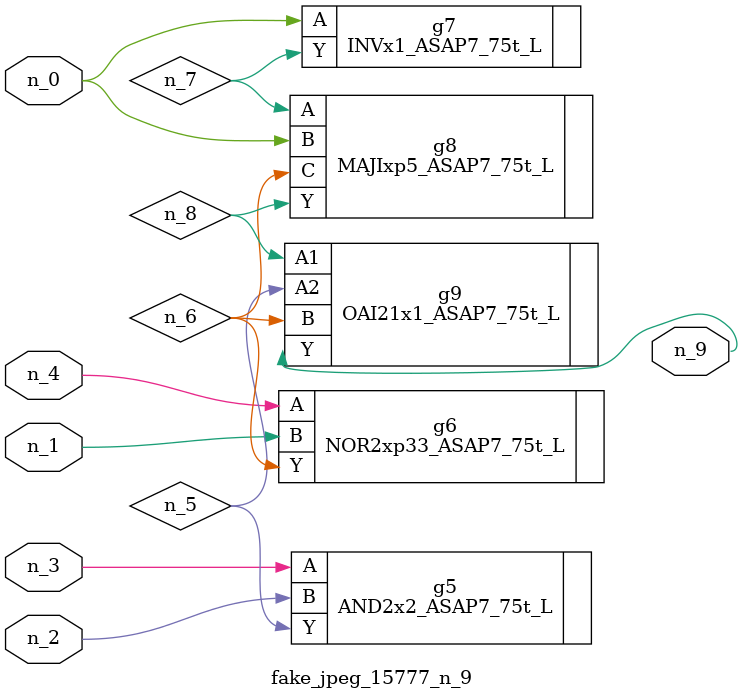
<source format=v>
module fake_jpeg_15777_n_9 (n_3, n_2, n_1, n_0, n_4, n_9);

input n_3;
input n_2;
input n_1;
input n_0;
input n_4;

output n_9;

wire n_8;
wire n_6;
wire n_5;
wire n_7;

AND2x2_ASAP7_75t_L g5 ( 
.A(n_3),
.B(n_2),
.Y(n_5)
);

NOR2xp33_ASAP7_75t_L g6 ( 
.A(n_4),
.B(n_1),
.Y(n_6)
);

INVx1_ASAP7_75t_L g7 ( 
.A(n_0),
.Y(n_7)
);

MAJIxp5_ASAP7_75t_L g8 ( 
.A(n_7),
.B(n_0),
.C(n_6),
.Y(n_8)
);

OAI21x1_ASAP7_75t_L g9 ( 
.A1(n_8),
.A2(n_5),
.B(n_6),
.Y(n_9)
);


endmodule
</source>
